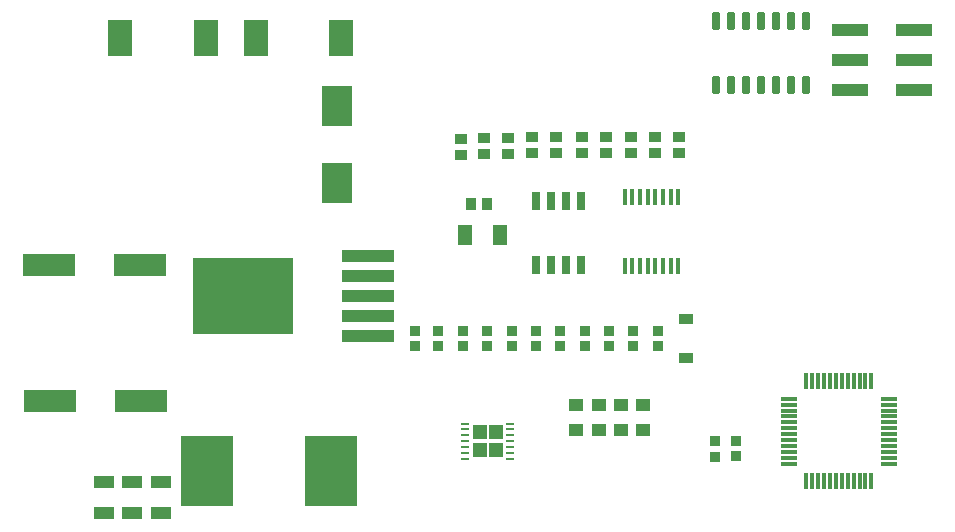
<source format=gtp>
G04*
G04 #@! TF.GenerationSoftware,Altium Limited,Altium Designer,20.0.13 (296)*
G04*
G04 Layer_Color=8421504*
%FSLAX25Y25*%
%MOIN*%
G70*
G01*
G75*
%ADD19R,0.04520X0.05157*%
%ADD20R,0.04520X0.05157*%
%ADD21R,0.01181X0.05807*%
%ADD22R,0.05807X0.01181*%
%ADD23R,0.03543X0.03937*%
%ADD24R,0.05118X0.07087*%
%ADD25R,0.03740X0.03347*%
G04:AMPARAMS|DCode=26|XSize=253.94mil|YSize=334.65mil|CornerRadius=2.54mil|HoleSize=0mil|Usage=FLASHONLY|Rotation=270.000|XOffset=0mil|YOffset=0mil|HoleType=Round|Shape=RoundedRectangle|*
%AMROUNDEDRECTD26*
21,1,0.25394,0.32957,0,0,270.0*
21,1,0.24886,0.33465,0,0,270.0*
1,1,0.00508,-0.16478,-0.12443*
1,1,0.00508,-0.16478,0.12443*
1,1,0.00508,0.16478,0.12443*
1,1,0.00508,0.16478,-0.12443*
%
%ADD26ROUNDEDRECTD26*%
G04:AMPARAMS|DCode=27|XSize=41.34mil|YSize=175.2mil|CornerRadius=2.07mil|HoleSize=0mil|Usage=FLASHONLY|Rotation=270.000|XOffset=0mil|YOffset=0mil|HoleType=Round|Shape=RoundedRectangle|*
%AMROUNDEDRECTD27*
21,1,0.04134,0.17106,0,0,270.0*
21,1,0.03720,0.17520,0,0,270.0*
1,1,0.00413,-0.08553,-0.01860*
1,1,0.00413,-0.08553,0.01860*
1,1,0.00413,0.08553,0.01860*
1,1,0.00413,0.08553,-0.01860*
%
%ADD27ROUNDEDRECTD27*%
G04:AMPARAMS|DCode=28|XSize=9.84mil|YSize=23.62mil|CornerRadius=1.97mil|HoleSize=0mil|Usage=FLASHONLY|Rotation=90.000|XOffset=0mil|YOffset=0mil|HoleType=Round|Shape=RoundedRectangle|*
%AMROUNDEDRECTD28*
21,1,0.00984,0.01968,0,0,90.0*
21,1,0.00591,0.02362,0,0,90.0*
1,1,0.00394,0.00984,0.00295*
1,1,0.00394,0.00984,-0.00295*
1,1,0.00394,-0.00984,-0.00295*
1,1,0.00394,-0.00984,0.00295*
%
%ADD28ROUNDEDRECTD28*%
%ADD29R,0.04724X0.04331*%
%ADD30R,0.07874X0.12008*%
%ADD31R,0.17717X0.23622*%
%ADD32R,0.09843X0.13780*%
%ADD33R,0.17323X0.07480*%
%ADD34R,0.06693X0.04331*%
%ADD35R,0.12205X0.03937*%
G04:AMPARAMS|DCode=36|XSize=23.62mil|YSize=57.09mil|CornerRadius=2.01mil|HoleSize=0mil|Usage=FLASHONLY|Rotation=180.000|XOffset=0mil|YOffset=0mil|HoleType=Round|Shape=RoundedRectangle|*
%AMROUNDEDRECTD36*
21,1,0.02362,0.05307,0,0,180.0*
21,1,0.01961,0.05709,0,0,180.0*
1,1,0.00402,-0.00980,0.02653*
1,1,0.00402,0.00980,0.02653*
1,1,0.00402,0.00980,-0.02653*
1,1,0.00402,-0.00980,-0.02653*
%
%ADD36ROUNDEDRECTD36*%
%ADD37R,0.03937X0.03543*%
%ADD38R,0.02559X0.06004*%
%ADD39R,0.04799X0.03598*%
%ADD40R,0.01772X0.05807*%
D19*
X171551Y50177D02*
D03*
Y56122D02*
D03*
D20*
X166244Y50177D02*
D03*
Y56122D02*
D03*
D21*
X275099Y73181D02*
D03*
X277067D02*
D03*
X279036D02*
D03*
X281004D02*
D03*
X282973D02*
D03*
X284941D02*
D03*
X286910D02*
D03*
X288878D02*
D03*
X290847D02*
D03*
X292815D02*
D03*
X294784D02*
D03*
X296752D02*
D03*
Y39811D02*
D03*
X294784D02*
D03*
X292815D02*
D03*
X290847D02*
D03*
X288878D02*
D03*
X286910D02*
D03*
X284941D02*
D03*
X282973D02*
D03*
X281004D02*
D03*
X279036D02*
D03*
X277067D02*
D03*
X275099D02*
D03*
D22*
X302610Y67323D02*
D03*
Y65354D02*
D03*
Y63386D02*
D03*
Y61417D02*
D03*
Y59449D02*
D03*
Y57480D02*
D03*
Y55512D02*
D03*
Y53543D02*
D03*
Y51575D02*
D03*
Y49606D02*
D03*
Y47638D02*
D03*
Y45669D02*
D03*
X269240D02*
D03*
Y47638D02*
D03*
Y49606D02*
D03*
Y51575D02*
D03*
Y53543D02*
D03*
Y55512D02*
D03*
Y57480D02*
D03*
Y59449D02*
D03*
Y61417D02*
D03*
Y63386D02*
D03*
Y65354D02*
D03*
Y67323D02*
D03*
D23*
X168602Y132087D02*
D03*
X163287D02*
D03*
D24*
X161417Y121850D02*
D03*
X172835D02*
D03*
D25*
X251575Y53346D02*
D03*
Y48228D02*
D03*
X244685Y53150D02*
D03*
Y48032D02*
D03*
X152264Y89862D02*
D03*
Y84744D02*
D03*
X144783Y89862D02*
D03*
Y84744D02*
D03*
X176850Y89850D02*
D03*
Y84732D02*
D03*
X168748Y89850D02*
D03*
Y84732D02*
D03*
X160646Y89850D02*
D03*
Y84732D02*
D03*
X184953Y89850D02*
D03*
Y84732D02*
D03*
X193055Y89850D02*
D03*
Y84732D02*
D03*
X201157Y89850D02*
D03*
Y84732D02*
D03*
X225464Y89850D02*
D03*
Y84732D02*
D03*
X217362Y89850D02*
D03*
Y84732D02*
D03*
X209260Y89850D02*
D03*
Y84732D02*
D03*
D26*
X87402Y101575D02*
D03*
D27*
X128937Y114961D02*
D03*
Y108268D02*
D03*
Y101575D02*
D03*
Y94882D02*
D03*
Y88189D02*
D03*
D28*
X176378Y47244D02*
D03*
Y49213D02*
D03*
Y51181D02*
D03*
Y53150D02*
D03*
Y55118D02*
D03*
Y57087D02*
D03*
Y59055D02*
D03*
X161417Y47244D02*
D03*
Y49213D02*
D03*
Y51181D02*
D03*
Y53150D02*
D03*
Y55118D02*
D03*
Y57087D02*
D03*
Y59055D02*
D03*
D29*
X198425Y65158D02*
D03*
Y56890D02*
D03*
X205807D02*
D03*
Y65158D02*
D03*
X220768D02*
D03*
Y56890D02*
D03*
X213287Y65158D02*
D03*
Y56890D02*
D03*
D30*
X91732Y187402D02*
D03*
X120079D02*
D03*
X74803D02*
D03*
X46457D02*
D03*
D31*
X116535Y43307D02*
D03*
X75197D02*
D03*
D32*
X118504Y139173D02*
D03*
Y164764D02*
D03*
D33*
X22835Y66535D02*
D03*
X53346D02*
D03*
X22539Y111811D02*
D03*
X53051D02*
D03*
D34*
X59953Y29293D02*
D03*
Y39529D02*
D03*
X50460Y29293D02*
D03*
Y39529D02*
D03*
X40967Y29293D02*
D03*
Y39529D02*
D03*
D35*
X289764Y190315D02*
D03*
X311023D02*
D03*
X289764Y180315D02*
D03*
Y170315D02*
D03*
X311023Y180315D02*
D03*
Y170315D02*
D03*
D36*
X245039Y171752D02*
D03*
X250039D02*
D03*
X255039D02*
D03*
X260039D02*
D03*
X265039D02*
D03*
X270039D02*
D03*
X275039D02*
D03*
X245039Y193209D02*
D03*
X250039D02*
D03*
X255039D02*
D03*
X260039D02*
D03*
X265039D02*
D03*
X270039D02*
D03*
X275039D02*
D03*
D37*
X175736Y148787D02*
D03*
Y154102D02*
D03*
X167634Y148787D02*
D03*
Y154102D02*
D03*
X160039Y154036D02*
D03*
Y148721D02*
D03*
X191776Y154496D02*
D03*
Y149181D02*
D03*
X183673D02*
D03*
Y154496D02*
D03*
X208402Y149114D02*
D03*
Y154429D02*
D03*
X200299Y149114D02*
D03*
Y154429D02*
D03*
X216504Y149114D02*
D03*
Y154429D02*
D03*
X232709Y149114D02*
D03*
Y154429D02*
D03*
X224606Y149114D02*
D03*
Y154429D02*
D03*
D38*
X184823Y133315D02*
D03*
X189823D02*
D03*
X194823D02*
D03*
X199823D02*
D03*
Y111961D02*
D03*
X194823D02*
D03*
X189823D02*
D03*
X184823D02*
D03*
D39*
X234941Y81050D02*
D03*
Y93950D02*
D03*
D40*
X214468Y111465D02*
D03*
X217028D02*
D03*
X219587D02*
D03*
X222146D02*
D03*
X224705D02*
D03*
X227264D02*
D03*
X229823D02*
D03*
X232382D02*
D03*
Y134598D02*
D03*
X229823D02*
D03*
X227264D02*
D03*
X224705D02*
D03*
X222146D02*
D03*
X219587D02*
D03*
X217028D02*
D03*
X214468D02*
D03*
M02*

</source>
